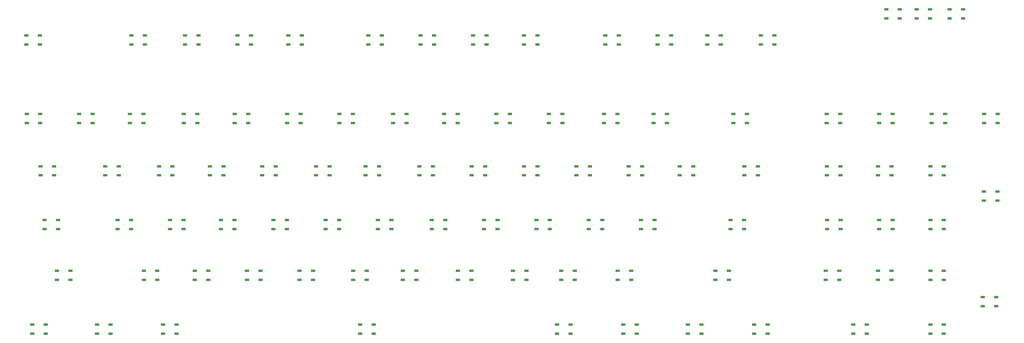
<source format=gbr>
G04 #@! TF.GenerationSoftware,KiCad,Pcbnew,8.0.5*
G04 #@! TF.CreationDate,2024-10-27T22:32:11+11:00*
G04 #@! TF.ProjectId,keyboard,6b657962-6f61-4726-942e-6b696361645f,rev?*
G04 #@! TF.SameCoordinates,Original*
G04 #@! TF.FileFunction,Paste,Top*
G04 #@! TF.FilePolarity,Positive*
%FSLAX46Y46*%
G04 Gerber Fmt 4.6, Leading zero omitted, Abs format (unit mm)*
G04 Created by KiCad (PCBNEW 8.0.5) date 2024-10-27 22:32:11*
%MOMM*%
%LPD*%
G01*
G04 APERTURE LIST*
%ADD10R,1.500000X0.900000*%
G04 APERTURE END LIST*
D10*
X97100000Y-86700000D03*
X97100000Y-90000000D03*
X102000000Y-90000000D03*
X102000000Y-86700000D03*
X41600000Y-124700000D03*
X41600000Y-128000000D03*
X46500000Y-128000000D03*
X46500000Y-124700000D03*
X163600000Y-67700000D03*
X163600000Y-71000000D03*
X168500000Y-71000000D03*
X168500000Y-67700000D03*
X339600000Y-86700000D03*
X339600000Y-90000000D03*
X344500000Y-90000000D03*
X344500000Y-86700000D03*
X223100000Y-144200000D03*
X223100000Y-147500000D03*
X228000000Y-147500000D03*
X228000000Y-144200000D03*
X207100000Y-124700000D03*
X207100000Y-128000000D03*
X212000000Y-128000000D03*
X212000000Y-124700000D03*
X101100000Y-106200000D03*
X101100000Y-109500000D03*
X106000000Y-109500000D03*
X106000000Y-106200000D03*
X196600000Y-106200000D03*
X196600000Y-109500000D03*
X201500000Y-109500000D03*
X201500000Y-106200000D03*
X280600000Y-124700000D03*
X280600000Y-128000000D03*
X285500000Y-128000000D03*
X285500000Y-124700000D03*
X291100000Y-86700000D03*
X291100000Y-90000000D03*
X296000000Y-90000000D03*
X296000000Y-86700000D03*
X56100000Y-144200000D03*
X56100000Y-147500000D03*
X61000000Y-147500000D03*
X61000000Y-144200000D03*
X321050000Y-86700000D03*
X321050000Y-90000000D03*
X325950000Y-90000000D03*
X325950000Y-86700000D03*
X201100000Y-67700000D03*
X201100000Y-71000000D03*
X206000000Y-71000000D03*
X206000000Y-67700000D03*
X220100000Y-67700000D03*
X220100000Y-71000000D03*
X225000000Y-71000000D03*
X225000000Y-67700000D03*
X30600000Y-67700000D03*
X30600000Y-71000000D03*
X35500000Y-71000000D03*
X35500000Y-67700000D03*
X358600000Y-124700000D03*
X358600000Y-128000000D03*
X363500000Y-128000000D03*
X363500000Y-124700000D03*
X144100000Y-67700000D03*
X144100000Y-71000000D03*
X149000000Y-71000000D03*
X149000000Y-67700000D03*
X253600000Y-106200000D03*
X253600000Y-109500000D03*
X258500000Y-109500000D03*
X258500000Y-106200000D03*
X321100000Y-106200000D03*
X321100000Y-109500000D03*
X326000000Y-109500000D03*
X326000000Y-106200000D03*
X35600000Y-86700000D03*
X35600000Y-90000000D03*
X40500000Y-90000000D03*
X40500000Y-86700000D03*
X125550000Y-39200000D03*
X125550000Y-42500000D03*
X130450000Y-42500000D03*
X130450000Y-39200000D03*
X358600000Y-86700000D03*
X358600000Y-90000000D03*
X363500000Y-90000000D03*
X363500000Y-86700000D03*
X377600000Y-134200000D03*
X377600000Y-137500000D03*
X382500000Y-137500000D03*
X382500000Y-134200000D03*
X78600000Y-86700000D03*
X78600000Y-90000000D03*
X83500000Y-90000000D03*
X83500000Y-86700000D03*
X340050000Y-106200000D03*
X340050000Y-109500000D03*
X344950000Y-109500000D03*
X344950000Y-106200000D03*
X107100000Y-39200000D03*
X107100000Y-42500000D03*
X112000000Y-42500000D03*
X112000000Y-39200000D03*
X267600000Y-86700000D03*
X267600000Y-90000000D03*
X272500000Y-90000000D03*
X272500000Y-86700000D03*
X240600000Y-39200000D03*
X240600000Y-42500000D03*
X245500000Y-42500000D03*
X245500000Y-39200000D03*
X330600000Y-144200000D03*
X330600000Y-147500000D03*
X335500000Y-147500000D03*
X335500000Y-144200000D03*
X182100000Y-67700000D03*
X182100000Y-71000000D03*
X187000000Y-71000000D03*
X187000000Y-67700000D03*
X154600000Y-39200000D03*
X154600000Y-42500000D03*
X159500000Y-42500000D03*
X159500000Y-39200000D03*
X286100000Y-106200000D03*
X286100000Y-109500000D03*
X291000000Y-109500000D03*
X291000000Y-106200000D03*
X353600000Y-29700000D03*
X353600000Y-33000000D03*
X358500000Y-33000000D03*
X358500000Y-29700000D03*
X173550000Y-39200000D03*
X173550000Y-42500000D03*
X178450000Y-42500000D03*
X178450000Y-39200000D03*
X277600000Y-39200000D03*
X277600000Y-42500000D03*
X282500000Y-42500000D03*
X282500000Y-39200000D03*
X234600000Y-106200000D03*
X234600000Y-109500000D03*
X239500000Y-109500000D03*
X239500000Y-106200000D03*
X129600000Y-124700000D03*
X129600000Y-128000000D03*
X134500000Y-128000000D03*
X134500000Y-124700000D03*
X270600000Y-144200000D03*
X270600000Y-147500000D03*
X275500000Y-147500000D03*
X275500000Y-144200000D03*
X37100000Y-106200000D03*
X37100000Y-109500000D03*
X42000000Y-109500000D03*
X42000000Y-106200000D03*
X297100000Y-39200000D03*
X297100000Y-42500000D03*
X302000000Y-42500000D03*
X302000000Y-39200000D03*
X73100000Y-124700000D03*
X73100000Y-128000000D03*
X78000000Y-128000000D03*
X78000000Y-124700000D03*
X68600000Y-39200000D03*
X68600000Y-42500000D03*
X73500000Y-42500000D03*
X73500000Y-39200000D03*
X245100000Y-124700000D03*
X245100000Y-128000000D03*
X250000000Y-128000000D03*
X250000000Y-124700000D03*
X59100000Y-86700000D03*
X59100000Y-90000000D03*
X64000000Y-90000000D03*
X64000000Y-86700000D03*
X187100000Y-124700000D03*
X187100000Y-128000000D03*
X192000000Y-128000000D03*
X192000000Y-124700000D03*
X106100000Y-67700000D03*
X106100000Y-71000000D03*
X111000000Y-71000000D03*
X111000000Y-67700000D03*
X247100000Y-144200000D03*
X247100000Y-147500000D03*
X252000000Y-147500000D03*
X252000000Y-144200000D03*
X68100000Y-67700000D03*
X68100000Y-71000000D03*
X73000000Y-71000000D03*
X73000000Y-67700000D03*
X32600000Y-144200000D03*
X32600000Y-147500000D03*
X37500000Y-147500000D03*
X37500000Y-144200000D03*
X249100000Y-86700000D03*
X249100000Y-90000000D03*
X254000000Y-90000000D03*
X254000000Y-86700000D03*
X224600000Y-124700000D03*
X224600000Y-128000000D03*
X229500000Y-128000000D03*
X229500000Y-124700000D03*
X91600000Y-124700000D03*
X91600000Y-128000000D03*
X96500000Y-128000000D03*
X96500000Y-124700000D03*
X358600000Y-106200000D03*
X358600000Y-109500000D03*
X363500000Y-109500000D03*
X363500000Y-106200000D03*
X294600000Y-144200000D03*
X294600000Y-147500000D03*
X299500000Y-147500000D03*
X299500000Y-144200000D03*
X342600000Y-29700000D03*
X342600000Y-33000000D03*
X347500000Y-33000000D03*
X347500000Y-29700000D03*
X116100000Y-86700000D03*
X116100000Y-90000000D03*
X121000000Y-90000000D03*
X121000000Y-86700000D03*
X365550000Y-29700000D03*
X365550000Y-33000000D03*
X370450000Y-33000000D03*
X370450000Y-29700000D03*
X30500000Y-39200000D03*
X30500000Y-42500000D03*
X35400000Y-42500000D03*
X35400000Y-39200000D03*
X110600000Y-124700000D03*
X110600000Y-128000000D03*
X115500000Y-128000000D03*
X115500000Y-124700000D03*
X378100000Y-67700000D03*
X378100000Y-71000000D03*
X383000000Y-71000000D03*
X383000000Y-67700000D03*
X378050000Y-95850000D03*
X378050000Y-99150000D03*
X382950000Y-99150000D03*
X382950000Y-95850000D03*
X211100000Y-39200000D03*
X211100000Y-42500000D03*
X216000000Y-42500000D03*
X216000000Y-39200000D03*
X49600000Y-67700000D03*
X49600000Y-71000000D03*
X54500000Y-71000000D03*
X54500000Y-67700000D03*
X321000000Y-67700000D03*
X321000000Y-71000000D03*
X325900000Y-71000000D03*
X325900000Y-67700000D03*
X149100000Y-124700000D03*
X149100000Y-128000000D03*
X154000000Y-128000000D03*
X154000000Y-124700000D03*
X173100000Y-86700000D03*
X173100000Y-90000000D03*
X178000000Y-90000000D03*
X178000000Y-86700000D03*
X259600000Y-39200000D03*
X259600000Y-42500000D03*
X264500000Y-42500000D03*
X264500000Y-39200000D03*
X230100000Y-86700000D03*
X230100000Y-90000000D03*
X235000000Y-90000000D03*
X235000000Y-86700000D03*
X151600000Y-144200000D03*
X151600000Y-147500000D03*
X156500000Y-147500000D03*
X156500000Y-144200000D03*
X135600000Y-86700000D03*
X135600000Y-90000000D03*
X140500000Y-90000000D03*
X140500000Y-86700000D03*
X258100000Y-67700000D03*
X258100000Y-71000000D03*
X263000000Y-71000000D03*
X263000000Y-67700000D03*
X211100000Y-86700000D03*
X211100000Y-90000000D03*
X216000000Y-90000000D03*
X216000000Y-86700000D03*
X177600000Y-106200000D03*
X177600000Y-109500000D03*
X182500000Y-109500000D03*
X182500000Y-106200000D03*
X87600000Y-67700000D03*
X87600000Y-71000000D03*
X92500000Y-71000000D03*
X92500000Y-67700000D03*
X339600000Y-124700000D03*
X339600000Y-128000000D03*
X344500000Y-128000000D03*
X344500000Y-124700000D03*
X358600000Y-144200000D03*
X358600000Y-147500000D03*
X363500000Y-147500000D03*
X363500000Y-144200000D03*
X359100000Y-67700000D03*
X359100000Y-71000000D03*
X364000000Y-71000000D03*
X364000000Y-67700000D03*
X88050000Y-39200000D03*
X88050000Y-42500000D03*
X92950000Y-42500000D03*
X92950000Y-39200000D03*
X340000000Y-67700000D03*
X340000000Y-71000000D03*
X344900000Y-71000000D03*
X344900000Y-67700000D03*
X158100000Y-106200000D03*
X158100000Y-109500000D03*
X163000000Y-109500000D03*
X163000000Y-106200000D03*
X240100000Y-67700000D03*
X240100000Y-71000000D03*
X245000000Y-71000000D03*
X245000000Y-67700000D03*
X80100000Y-144200000D03*
X80100000Y-147500000D03*
X85000000Y-147500000D03*
X85000000Y-144200000D03*
X192100000Y-86700000D03*
X192100000Y-90000000D03*
X197000000Y-90000000D03*
X197000000Y-86700000D03*
X215600000Y-106200000D03*
X215600000Y-109500000D03*
X220500000Y-109500000D03*
X220500000Y-106200000D03*
X139100000Y-106200000D03*
X139100000Y-109500000D03*
X144000000Y-109500000D03*
X144000000Y-106200000D03*
X287100000Y-67700000D03*
X287100000Y-71000000D03*
X292000000Y-71000000D03*
X292000000Y-67700000D03*
X192600000Y-39200000D03*
X192600000Y-42500000D03*
X197500000Y-42500000D03*
X197500000Y-39200000D03*
X167100000Y-124700000D03*
X167100000Y-128000000D03*
X172000000Y-128000000D03*
X172000000Y-124700000D03*
X120100000Y-106200000D03*
X120100000Y-109500000D03*
X125000000Y-109500000D03*
X125000000Y-106200000D03*
X63600000Y-106200000D03*
X63600000Y-109500000D03*
X68500000Y-109500000D03*
X68500000Y-106200000D03*
X82600000Y-106200000D03*
X82600000Y-109500000D03*
X87500000Y-109500000D03*
X87500000Y-106200000D03*
X153600000Y-86700000D03*
X153600000Y-90000000D03*
X158500000Y-90000000D03*
X158500000Y-86700000D03*
X320600000Y-124700000D03*
X320600000Y-128000000D03*
X325500000Y-128000000D03*
X325500000Y-124700000D03*
X125100000Y-67700000D03*
X125100000Y-71000000D03*
X130000000Y-71000000D03*
X130000000Y-67700000D03*
M02*

</source>
